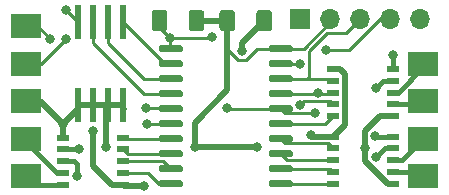
<source format=gbr>
%TF.GenerationSoftware,KiCad,Pcbnew,(5.1.9)-1*%
%TF.CreationDate,2021-01-25T19:02:33+00:00*%
%TF.ProjectId,RC-DC-Motor_Splitter,52432d44-432d-44d6-9f74-6f725f53706c,rev?*%
%TF.SameCoordinates,Original*%
%TF.FileFunction,Copper,L1,Top*%
%TF.FilePolarity,Positive*%
%FSLAX46Y46*%
G04 Gerber Fmt 4.6, Leading zero omitted, Abs format (unit mm)*
G04 Created by KiCad (PCBNEW (5.1.9)-1) date 2021-01-25 19:02:33*
%MOMM*%
%LPD*%
G01*
G04 APERTURE LIST*
%TA.AperFunction,SMDPad,CuDef*%
%ADD10R,0.600000X3.000000*%
%TD*%
%TA.AperFunction,ComponentPad*%
%ADD11O,1.700000X1.700000*%
%TD*%
%TA.AperFunction,ComponentPad*%
%ADD12R,1.700000X1.700000*%
%TD*%
%TA.AperFunction,SMDPad,CuDef*%
%ADD13R,2.540000X2.000000*%
%TD*%
%TA.AperFunction,SMDPad,CuDef*%
%ADD14R,1.100000X0.510000*%
%TD*%
%TA.AperFunction,ViaPad*%
%ADD15C,0.800000*%
%TD*%
%TA.AperFunction,Conductor*%
%ADD16C,0.500000*%
%TD*%
%TA.AperFunction,Conductor*%
%ADD17C,0.250000*%
%TD*%
%TA.AperFunction,Conductor*%
%ADD18C,0.400000*%
%TD*%
G04 APERTURE END LIST*
%TO.P,C2,2*%
%TO.N,GND*%
%TA.AperFunction,SMDPad,CuDef*%
G36*
G01*
X110644500Y-78330599D02*
X110644500Y-79630601D01*
G75*
G02*
X110394501Y-79880600I-249999J0D01*
G01*
X109569499Y-79880600D01*
G75*
G02*
X109319500Y-79630601I0J249999D01*
G01*
X109319500Y-78330599D01*
G75*
G02*
X109569499Y-78080600I249999J0D01*
G01*
X110394501Y-78080600D01*
G75*
G02*
X110644500Y-78330599I0J-249999D01*
G01*
G37*
%TD.AperFunction*%
%TO.P,C2,1*%
%TO.N,+12V*%
%TA.AperFunction,SMDPad,CuDef*%
G36*
G01*
X113769500Y-78330599D02*
X113769500Y-79630601D01*
G75*
G02*
X113519501Y-79880600I-249999J0D01*
G01*
X112694499Y-79880600D01*
G75*
G02*
X112444500Y-79630601I0J249999D01*
G01*
X112444500Y-78330599D01*
G75*
G02*
X112694499Y-78080600I249999J0D01*
G01*
X113519501Y-78080600D01*
G75*
G02*
X113769500Y-78330599I0J-249999D01*
G01*
G37*
%TD.AperFunction*%
%TD*%
D10*
%TO.P,SW1,4*%
%TO.N,UPDI*%
X97360000Y-79135000D03*
%TO.P,SW1,5*%
%TO.N,GND*%
X97360000Y-86135000D03*
%TO.P,SW1,3*%
%TO.N,Input3*%
X98630000Y-79135000D03*
%TO.P,SW1,6*%
%TO.N,GND*%
X98630000Y-86135000D03*
%TO.P,SW1,2*%
%TO.N,Input2*%
X99900000Y-79135000D03*
%TO.P,SW1,7*%
%TO.N,GND*%
X99900000Y-86135000D03*
%TO.P,SW1,1*%
%TO.N,Input1*%
X101170000Y-79135000D03*
%TO.P,SW1,8*%
%TO.N,GND*%
X101170000Y-86135000D03*
%TD*%
D11*
%TO.P,J1,5*%
%TO.N,UPDI*%
X126290400Y-78831000D03*
%TO.P,J1,4*%
%TO.N,Motor1_In2*%
X123750400Y-78831000D03*
%TO.P,J1,3*%
%TO.N,Motor1_In1*%
X121210400Y-78831000D03*
%TO.P,J1,2*%
%TO.N,GND*%
X118670400Y-78831000D03*
D12*
%TO.P,J1,1*%
%TO.N,+5V*%
X116130400Y-78831000D03*
%TD*%
D13*
%TO.P,J11,1*%
%TO.N,RC_IN2*%
X92915000Y-79460000D03*
%TD*%
%TO.P,J5,2*%
%TO.N,GND*%
X92915000Y-85810000D03*
%TO.P,J5,1*%
%TO.N,+5V*%
X92915000Y-82635000D03*
%TD*%
%TO.P,J9,2*%
%TO.N,Net-(J9-Pad2)*%
X126570000Y-85810000D03*
%TO.P,J9,1*%
%TO.N,Net-(J9-Pad1)*%
X126570000Y-82635000D03*
%TD*%
%TO.P,J3,2*%
%TO.N,Net-(J3-Pad2)*%
X126570000Y-92160000D03*
%TO.P,J3,1*%
%TO.N,Net-(J3-Pad1)*%
X126570000Y-88985000D03*
%TD*%
%TO.P,J4,2*%
%TO.N,Net-(J4-Pad2)*%
X92915000Y-88985000D03*
%TO.P,J4,1*%
%TO.N,Net-(J4-Pad1)*%
X92915000Y-92160000D03*
%TD*%
D14*
%TO.P,U4,10*%
%TO.N,Net-(J4-Pad1)*%
X96080000Y-92890000D03*
%TO.P,U4,9*%
%TO.N,Net-(J4-Pad2)*%
X96080000Y-91890000D03*
%TO.P,U4,5*%
%TO.N,Motor6_In2*%
X101180000Y-88890000D03*
%TO.P,U4,8*%
%TO.N,Net-(J8-Pad1)*%
X96080000Y-90890000D03*
%TO.P,U4,7*%
%TO.N,Net-(J8-Pad2)*%
X96080000Y-89890000D03*
%TO.P,U4,6*%
%TO.N,GND*%
X96080000Y-88890000D03*
%TO.P,U4,4*%
%TO.N,Motor6_In1*%
X101180000Y-89890000D03*
%TO.P,U4,3*%
%TO.N,Motor5_In2*%
X101180000Y-90890000D03*
%TO.P,U4,2*%
%TO.N,Motor5_In1*%
X101180000Y-91890000D03*
%TO.P,U4,1*%
%TO.N,+12V*%
X101180000Y-92890000D03*
%TD*%
%TO.P,U3,10*%
%TO.N,Net-(J2-Pad1)*%
X124030000Y-88795000D03*
%TO.P,U3,9*%
%TO.N,Net-(J2-Pad2)*%
X124030000Y-89795000D03*
%TO.P,U3,5*%
%TO.N,Motor4_In2*%
X118930000Y-92795000D03*
%TO.P,U3,8*%
%TO.N,Net-(J3-Pad1)*%
X124030000Y-90795000D03*
%TO.P,U3,7*%
%TO.N,Net-(J3-Pad2)*%
X124030000Y-91795000D03*
%TO.P,U3,6*%
%TO.N,GND*%
X124030000Y-92795000D03*
%TO.P,U3,4*%
%TO.N,Motor4_In1*%
X118930000Y-91795000D03*
%TO.P,U3,3*%
%TO.N,Motor3_In2*%
X118930000Y-90795000D03*
%TO.P,U3,2*%
%TO.N,Motor3_In1*%
X118930000Y-89795000D03*
%TO.P,U3,1*%
%TO.N,+12V*%
X118930000Y-88795000D03*
%TD*%
%TO.P,U2,10*%
%TO.N,Net-(J7-Pad1)*%
X124030000Y-83080000D03*
%TO.P,U2,9*%
%TO.N,Net-(J7-Pad2)*%
X124030000Y-84080000D03*
%TO.P,U2,5*%
%TO.N,Motor2_In2*%
X118930000Y-87080000D03*
%TO.P,U2,8*%
%TO.N,Net-(J9-Pad1)*%
X124030000Y-85080000D03*
%TO.P,U2,7*%
%TO.N,Net-(J9-Pad2)*%
X124030000Y-86080000D03*
%TO.P,U2,6*%
%TO.N,GND*%
X124030000Y-87080000D03*
%TO.P,U2,4*%
%TO.N,Motor2_In1*%
X118930000Y-86080000D03*
%TO.P,U2,3*%
%TO.N,Motor1_In2*%
X118930000Y-85080000D03*
%TO.P,U2,2*%
%TO.N,Motor1_In1*%
X118930000Y-84080000D03*
%TO.P,U2,1*%
%TO.N,+12V*%
X118930000Y-83080000D03*
%TD*%
%TO.P,U1,20*%
%TO.N,GND*%
%TA.AperFunction,SMDPad,CuDef*%
G36*
G01*
X113480000Y-81515000D02*
X113480000Y-81215000D01*
G75*
G02*
X113630000Y-81065000I150000J0D01*
G01*
X115380000Y-81065000D01*
G75*
G02*
X115530000Y-81215000I0J-150000D01*
G01*
X115530000Y-81515000D01*
G75*
G02*
X115380000Y-81665000I-150000J0D01*
G01*
X113630000Y-81665000D01*
G75*
G02*
X113480000Y-81515000I0J150000D01*
G01*
G37*
%TD.AperFunction*%
%TO.P,U1,19*%
%TO.N,Motor2_In1*%
%TA.AperFunction,SMDPad,CuDef*%
G36*
G01*
X113480000Y-82785000D02*
X113480000Y-82485000D01*
G75*
G02*
X113630000Y-82335000I150000J0D01*
G01*
X115380000Y-82335000D01*
G75*
G02*
X115530000Y-82485000I0J-150000D01*
G01*
X115530000Y-82785000D01*
G75*
G02*
X115380000Y-82935000I-150000J0D01*
G01*
X113630000Y-82935000D01*
G75*
G02*
X113480000Y-82785000I0J150000D01*
G01*
G37*
%TD.AperFunction*%
%TO.P,U1,18*%
%TO.N,Motor1_In1*%
%TA.AperFunction,SMDPad,CuDef*%
G36*
G01*
X113480000Y-84055000D02*
X113480000Y-83755000D01*
G75*
G02*
X113630000Y-83605000I150000J0D01*
G01*
X115380000Y-83605000D01*
G75*
G02*
X115530000Y-83755000I0J-150000D01*
G01*
X115530000Y-84055000D01*
G75*
G02*
X115380000Y-84205000I-150000J0D01*
G01*
X113630000Y-84205000D01*
G75*
G02*
X113480000Y-84055000I0J150000D01*
G01*
G37*
%TD.AperFunction*%
%TO.P,U1,17*%
%TO.N,Motor1_In2*%
%TA.AperFunction,SMDPad,CuDef*%
G36*
G01*
X113480000Y-85325000D02*
X113480000Y-85025000D01*
G75*
G02*
X113630000Y-84875000I150000J0D01*
G01*
X115380000Y-84875000D01*
G75*
G02*
X115530000Y-85025000I0J-150000D01*
G01*
X115530000Y-85325000D01*
G75*
G02*
X115380000Y-85475000I-150000J0D01*
G01*
X113630000Y-85475000D01*
G75*
G02*
X113480000Y-85325000I0J150000D01*
G01*
G37*
%TD.AperFunction*%
%TO.P,U1,16*%
%TO.N,UPDI*%
%TA.AperFunction,SMDPad,CuDef*%
G36*
G01*
X113480000Y-86595000D02*
X113480000Y-86295000D01*
G75*
G02*
X113630000Y-86145000I150000J0D01*
G01*
X115380000Y-86145000D01*
G75*
G02*
X115530000Y-86295000I0J-150000D01*
G01*
X115530000Y-86595000D01*
G75*
G02*
X115380000Y-86745000I-150000J0D01*
G01*
X113630000Y-86745000D01*
G75*
G02*
X113480000Y-86595000I0J150000D01*
G01*
G37*
%TD.AperFunction*%
%TO.P,U1,15*%
%TO.N,Motor2_In2*%
%TA.AperFunction,SMDPad,CuDef*%
G36*
G01*
X113480000Y-87865000D02*
X113480000Y-87565000D01*
G75*
G02*
X113630000Y-87415000I150000J0D01*
G01*
X115380000Y-87415000D01*
G75*
G02*
X115530000Y-87565000I0J-150000D01*
G01*
X115530000Y-87865000D01*
G75*
G02*
X115380000Y-88015000I-150000J0D01*
G01*
X113630000Y-88015000D01*
G75*
G02*
X113480000Y-87865000I0J150000D01*
G01*
G37*
%TD.AperFunction*%
%TO.P,U1,14*%
%TO.N,Motor3_In1*%
%TA.AperFunction,SMDPad,CuDef*%
G36*
G01*
X113480000Y-89135000D02*
X113480000Y-88835000D01*
G75*
G02*
X113630000Y-88685000I150000J0D01*
G01*
X115380000Y-88685000D01*
G75*
G02*
X115530000Y-88835000I0J-150000D01*
G01*
X115530000Y-89135000D01*
G75*
G02*
X115380000Y-89285000I-150000J0D01*
G01*
X113630000Y-89285000D01*
G75*
G02*
X113480000Y-89135000I0J150000D01*
G01*
G37*
%TD.AperFunction*%
%TO.P,U1,13*%
%TO.N,Motor3_In2*%
%TA.AperFunction,SMDPad,CuDef*%
G36*
G01*
X113480000Y-90405000D02*
X113480000Y-90105000D01*
G75*
G02*
X113630000Y-89955000I150000J0D01*
G01*
X115380000Y-89955000D01*
G75*
G02*
X115530000Y-90105000I0J-150000D01*
G01*
X115530000Y-90405000D01*
G75*
G02*
X115380000Y-90555000I-150000J0D01*
G01*
X113630000Y-90555000D01*
G75*
G02*
X113480000Y-90405000I0J150000D01*
G01*
G37*
%TD.AperFunction*%
%TO.P,U1,12*%
%TO.N,Motor4_In1*%
%TA.AperFunction,SMDPad,CuDef*%
G36*
G01*
X113480000Y-91675000D02*
X113480000Y-91375000D01*
G75*
G02*
X113630000Y-91225000I150000J0D01*
G01*
X115380000Y-91225000D01*
G75*
G02*
X115530000Y-91375000I0J-150000D01*
G01*
X115530000Y-91675000D01*
G75*
G02*
X115380000Y-91825000I-150000J0D01*
G01*
X113630000Y-91825000D01*
G75*
G02*
X113480000Y-91675000I0J150000D01*
G01*
G37*
%TD.AperFunction*%
%TO.P,U1,11*%
%TO.N,Motor4_In2*%
%TA.AperFunction,SMDPad,CuDef*%
G36*
G01*
X113480000Y-92945000D02*
X113480000Y-92645000D01*
G75*
G02*
X113630000Y-92495000I150000J0D01*
G01*
X115380000Y-92495000D01*
G75*
G02*
X115530000Y-92645000I0J-150000D01*
G01*
X115530000Y-92945000D01*
G75*
G02*
X115380000Y-93095000I-150000J0D01*
G01*
X113630000Y-93095000D01*
G75*
G02*
X113480000Y-92945000I0J150000D01*
G01*
G37*
%TD.AperFunction*%
%TO.P,U1,10*%
%TO.N,Motor5_In1*%
%TA.AperFunction,SMDPad,CuDef*%
G36*
G01*
X104180000Y-92945000D02*
X104180000Y-92645000D01*
G75*
G02*
X104330000Y-92495000I150000J0D01*
G01*
X106080000Y-92495000D01*
G75*
G02*
X106230000Y-92645000I0J-150000D01*
G01*
X106230000Y-92945000D01*
G75*
G02*
X106080000Y-93095000I-150000J0D01*
G01*
X104330000Y-93095000D01*
G75*
G02*
X104180000Y-92945000I0J150000D01*
G01*
G37*
%TD.AperFunction*%
%TO.P,U1,9*%
%TO.N,Motor5_In2*%
%TA.AperFunction,SMDPad,CuDef*%
G36*
G01*
X104180000Y-91675000D02*
X104180000Y-91375000D01*
G75*
G02*
X104330000Y-91225000I150000J0D01*
G01*
X106080000Y-91225000D01*
G75*
G02*
X106230000Y-91375000I0J-150000D01*
G01*
X106230000Y-91675000D01*
G75*
G02*
X106080000Y-91825000I-150000J0D01*
G01*
X104330000Y-91825000D01*
G75*
G02*
X104180000Y-91675000I0J150000D01*
G01*
G37*
%TD.AperFunction*%
%TO.P,U1,8*%
%TO.N,Motor6_In1*%
%TA.AperFunction,SMDPad,CuDef*%
G36*
G01*
X104180000Y-90405000D02*
X104180000Y-90105000D01*
G75*
G02*
X104330000Y-89955000I150000J0D01*
G01*
X106080000Y-89955000D01*
G75*
G02*
X106230000Y-90105000I0J-150000D01*
G01*
X106230000Y-90405000D01*
G75*
G02*
X106080000Y-90555000I-150000J0D01*
G01*
X104330000Y-90555000D01*
G75*
G02*
X104180000Y-90405000I0J150000D01*
G01*
G37*
%TD.AperFunction*%
%TO.P,U1,7*%
%TO.N,Motor6_In2*%
%TA.AperFunction,SMDPad,CuDef*%
G36*
G01*
X104180000Y-89135000D02*
X104180000Y-88835000D01*
G75*
G02*
X104330000Y-88685000I150000J0D01*
G01*
X106080000Y-88685000D01*
G75*
G02*
X106230000Y-88835000I0J-150000D01*
G01*
X106230000Y-89135000D01*
G75*
G02*
X106080000Y-89285000I-150000J0D01*
G01*
X104330000Y-89285000D01*
G75*
G02*
X104180000Y-89135000I0J150000D01*
G01*
G37*
%TD.AperFunction*%
%TO.P,U1,6*%
%TO.N,RC_IN1*%
%TA.AperFunction,SMDPad,CuDef*%
G36*
G01*
X104180000Y-87865000D02*
X104180000Y-87565000D01*
G75*
G02*
X104330000Y-87415000I150000J0D01*
G01*
X106080000Y-87415000D01*
G75*
G02*
X106230000Y-87565000I0J-150000D01*
G01*
X106230000Y-87865000D01*
G75*
G02*
X106080000Y-88015000I-150000J0D01*
G01*
X104330000Y-88015000D01*
G75*
G02*
X104180000Y-87865000I0J150000D01*
G01*
G37*
%TD.AperFunction*%
%TO.P,U1,5*%
%TO.N,RC_IN2*%
%TA.AperFunction,SMDPad,CuDef*%
G36*
G01*
X104180000Y-86595000D02*
X104180000Y-86295000D01*
G75*
G02*
X104330000Y-86145000I150000J0D01*
G01*
X106080000Y-86145000D01*
G75*
G02*
X106230000Y-86295000I0J-150000D01*
G01*
X106230000Y-86595000D01*
G75*
G02*
X106080000Y-86745000I-150000J0D01*
G01*
X104330000Y-86745000D01*
G75*
G02*
X104180000Y-86595000I0J150000D01*
G01*
G37*
%TD.AperFunction*%
%TO.P,U1,4*%
%TO.N,Input3*%
%TA.AperFunction,SMDPad,CuDef*%
G36*
G01*
X104180000Y-85325000D02*
X104180000Y-85025000D01*
G75*
G02*
X104330000Y-84875000I150000J0D01*
G01*
X106080000Y-84875000D01*
G75*
G02*
X106230000Y-85025000I0J-150000D01*
G01*
X106230000Y-85325000D01*
G75*
G02*
X106080000Y-85475000I-150000J0D01*
G01*
X104330000Y-85475000D01*
G75*
G02*
X104180000Y-85325000I0J150000D01*
G01*
G37*
%TD.AperFunction*%
%TO.P,U1,3*%
%TO.N,Input2*%
%TA.AperFunction,SMDPad,CuDef*%
G36*
G01*
X104180000Y-84055000D02*
X104180000Y-83755000D01*
G75*
G02*
X104330000Y-83605000I150000J0D01*
G01*
X106080000Y-83605000D01*
G75*
G02*
X106230000Y-83755000I0J-150000D01*
G01*
X106230000Y-84055000D01*
G75*
G02*
X106080000Y-84205000I-150000J0D01*
G01*
X104330000Y-84205000D01*
G75*
G02*
X104180000Y-84055000I0J150000D01*
G01*
G37*
%TD.AperFunction*%
%TO.P,U1,2*%
%TO.N,Input1*%
%TA.AperFunction,SMDPad,CuDef*%
G36*
G01*
X104180000Y-82785000D02*
X104180000Y-82485000D01*
G75*
G02*
X104330000Y-82335000I150000J0D01*
G01*
X106080000Y-82335000D01*
G75*
G02*
X106230000Y-82485000I0J-150000D01*
G01*
X106230000Y-82785000D01*
G75*
G02*
X106080000Y-82935000I-150000J0D01*
G01*
X104330000Y-82935000D01*
G75*
G02*
X104180000Y-82785000I0J150000D01*
G01*
G37*
%TD.AperFunction*%
%TO.P,U1,1*%
%TO.N,+5V*%
%TA.AperFunction,SMDPad,CuDef*%
G36*
G01*
X104180000Y-81515000D02*
X104180000Y-81215000D01*
G75*
G02*
X104330000Y-81065000I150000J0D01*
G01*
X106080000Y-81065000D01*
G75*
G02*
X106230000Y-81215000I0J-150000D01*
G01*
X106230000Y-81515000D01*
G75*
G02*
X106080000Y-81665000I-150000J0D01*
G01*
X104330000Y-81665000D01*
G75*
G02*
X104180000Y-81515000I0J150000D01*
G01*
G37*
%TD.AperFunction*%
%TD*%
%TO.P,C1,2*%
%TO.N,GND*%
%TA.AperFunction,SMDPad,CuDef*%
G36*
G01*
X106704100Y-79630601D02*
X106704100Y-78330599D01*
G75*
G02*
X106954099Y-78080600I249999J0D01*
G01*
X107779101Y-78080600D01*
G75*
G02*
X108029100Y-78330599I0J-249999D01*
G01*
X108029100Y-79630601D01*
G75*
G02*
X107779101Y-79880600I-249999J0D01*
G01*
X106954099Y-79880600D01*
G75*
G02*
X106704100Y-79630601I0J249999D01*
G01*
G37*
%TD.AperFunction*%
%TO.P,C1,1*%
%TO.N,+5V*%
%TA.AperFunction,SMDPad,CuDef*%
G36*
G01*
X103579100Y-79630601D02*
X103579100Y-78330599D01*
G75*
G02*
X103829099Y-78080600I249999J0D01*
G01*
X104654101Y-78080600D01*
G75*
G02*
X104904100Y-78330599I0J-249999D01*
G01*
X104904100Y-79630601D01*
G75*
G02*
X104654101Y-79880600I-249999J0D01*
G01*
X103829099Y-79880600D01*
G75*
G02*
X103579100Y-79630601I0J249999D01*
G01*
G37*
%TD.AperFunction*%
%TD*%
D15*
%TO.N,GND*%
X107215200Y-89721600D03*
X96080000Y-87725000D03*
X99720400Y-89648600D03*
X112476280Y-89717880D03*
X121630599Y-89738359D03*
%TO.N,+5V*%
X96316800Y-80504600D03*
X105156000Y-80453800D03*
X108689140Y-80383380D03*
%TO.N,UPDI*%
X117449600Y-86803800D03*
X96330400Y-78081000D03*
X109921040Y-86365080D03*
%TO.N,Net-(J2-Pad2)*%
X122582200Y-90534400D03*
%TO.N,Net-(J2-Pad1)*%
X122480600Y-88756400D03*
%TO.N,RC_IN1*%
X103174800Y-87718200D03*
%TO.N,RC_IN2*%
X94996000Y-80504600D03*
X103124000Y-86397400D03*
%TO.N,+12V*%
X117095800Y-88650001D03*
X102897200Y-92947400D03*
X98630000Y-88299200D03*
X111216440Y-81569560D03*
%TO.N,Motor1_In2*%
X117703600Y-85094990D03*
X118313200Y-81469800D03*
%TO.N,Motor2_In1*%
X116179600Y-86092600D03*
X116179600Y-82689000D03*
%TO.N,Net-(J8-Pad2)*%
X97436200Y-89874000D03*
%TO.N,Net-(J8-Pad1)*%
X97230002Y-92109200D03*
%TO.N,Net-(J7-Pad2)*%
X122607600Y-84667000D03*
%TO.N,Net-(J7-Pad1)*%
X124055400Y-81923800D03*
%TD*%
D16*
%TO.N,GND*%
X101220800Y-86495800D02*
X101170000Y-86445000D01*
X96080000Y-87725000D02*
X97360000Y-86445000D01*
X96080000Y-88890000D02*
X96080000Y-87725000D01*
X114505000Y-81365000D02*
X114455000Y-81365000D01*
X113972166Y-81365000D02*
X114505000Y-81365000D01*
X94165000Y-85810000D02*
X96080000Y-87725000D01*
X92915000Y-85810000D02*
X94165000Y-85810000D01*
X99720400Y-86314600D02*
X99900000Y-86135000D01*
X99720400Y-89648600D02*
X99720400Y-86314600D01*
X101170000Y-86135000D02*
X97360000Y-86135000D01*
X107366600Y-78980600D02*
X109982000Y-78980600D01*
X107215200Y-89721600D02*
X107215200Y-87629800D01*
X109982000Y-84863000D02*
X107215200Y-87629800D01*
X122898998Y-87080000D02*
X124030000Y-87080000D01*
X121630599Y-88348399D02*
X122898998Y-87080000D01*
X123584798Y-92795000D02*
X121630599Y-90840801D01*
X124030000Y-92795000D02*
X123584798Y-92795000D01*
X112472560Y-89721600D02*
X112476280Y-89717880D01*
X107215200Y-89721600D02*
X112472560Y-89721600D01*
X121630599Y-89738359D02*
X121630599Y-88348399D01*
X121630599Y-90840801D02*
X121630599Y-89738359D01*
D17*
X118670400Y-79132192D02*
X118670400Y-78831000D01*
X116437592Y-81365000D02*
X118670400Y-79132192D01*
X114505000Y-81365000D02*
X116437592Y-81365000D01*
X109982000Y-81408122D02*
X109982000Y-80258920D01*
X110868439Y-82294561D02*
X109982000Y-81408122D01*
X111564441Y-82294561D02*
X110868439Y-82294561D01*
X112494002Y-81365000D02*
X111564441Y-82294561D01*
X114505000Y-81365000D02*
X112494002Y-81365000D01*
D16*
X109982000Y-80258920D02*
X109982000Y-84863000D01*
X109982000Y-78980600D02*
X109982000Y-80258920D01*
D17*
%TO.N,+5V*%
X94186400Y-82635000D02*
X96316800Y-80504600D01*
X92915000Y-82635000D02*
X94186400Y-82635000D01*
X105156000Y-81316000D02*
X105205000Y-81365000D01*
X105156000Y-80453800D02*
X105156000Y-81316000D01*
X104241600Y-79539400D02*
X105156000Y-80453800D01*
X104241600Y-78980600D02*
X104241600Y-79539400D01*
X108618720Y-80453800D02*
X108689140Y-80383380D01*
X105156000Y-80453800D02*
X108618720Y-80453800D01*
%TO.N,UPDI*%
X114501800Y-86448200D02*
X114505000Y-86445000D01*
X114877601Y-86817601D02*
X117435799Y-86817601D01*
X117435799Y-86817601D02*
X117449600Y-86803800D01*
X114505000Y-86445000D02*
X114877601Y-86817601D01*
X97360000Y-79110600D02*
X96330400Y-78081000D01*
X97360000Y-79135000D02*
X97360000Y-79110600D01*
X110000960Y-86445000D02*
X109921040Y-86365080D01*
X114505000Y-86445000D02*
X110000960Y-86445000D01*
D18*
%TO.N,Net-(J2-Pad2)*%
X123321600Y-89795000D02*
X122582200Y-90534400D01*
X124030000Y-89795000D02*
X123321600Y-89795000D01*
%TO.N,Net-(J2-Pad1)*%
X122519200Y-88795000D02*
X122480600Y-88756400D01*
X124030000Y-88795000D02*
X122519200Y-88795000D01*
%TO.N,Net-(J3-Pad2)*%
X126205000Y-91795000D02*
X126570000Y-92160000D01*
X124030000Y-91795000D02*
X126205000Y-91795000D01*
%TO.N,Net-(J3-Pad1)*%
X124760000Y-90795000D02*
X126570000Y-88985000D01*
X124030000Y-90795000D02*
X124760000Y-90795000D01*
%TO.N,Net-(J4-Pad2)*%
X92915000Y-89250002D02*
X92915000Y-88985000D01*
X95554998Y-91890000D02*
X92915000Y-89250002D01*
X96080000Y-91890000D02*
X95554998Y-91890000D01*
%TO.N,Net-(J4-Pad1)*%
X93645000Y-92890000D02*
X92915000Y-92160000D01*
X96080000Y-92890000D02*
X93645000Y-92890000D01*
D17*
%TO.N,RC_IN1*%
X105201800Y-87718200D02*
X105205000Y-87715000D01*
X103174800Y-87718200D02*
X105201800Y-87718200D01*
%TO.N,RC_IN2*%
X93951400Y-79460000D02*
X94996000Y-80504600D01*
X92915000Y-79460000D02*
X93951400Y-79460000D01*
X105157400Y-86397400D02*
X105205000Y-86445000D01*
X103124000Y-86397400D02*
X105157400Y-86397400D01*
D16*
%TO.N,+12V*%
X117240799Y-88795000D02*
X117095800Y-88650001D01*
X118930000Y-88795000D02*
X117240799Y-88795000D01*
X101237400Y-92947400D02*
X101180000Y-92890000D01*
X102897200Y-92947400D02*
X101237400Y-92947400D01*
X98630000Y-91290000D02*
X98630000Y-88299200D01*
X100230000Y-92890000D02*
X98630000Y-91290000D01*
X101180000Y-92890000D02*
X100230000Y-92890000D01*
X111216440Y-80871160D02*
X113107000Y-78980600D01*
X111216440Y-81569560D02*
X111216440Y-80871160D01*
X119545002Y-83080000D02*
X118930000Y-83080000D01*
X119930001Y-83464999D02*
X119545002Y-83080000D01*
X119930001Y-87794999D02*
X119930001Y-83464999D01*
X118930000Y-88795000D02*
X119930001Y-87794999D01*
D18*
%TO.N,Input3*%
X98630000Y-78825000D02*
X98630000Y-80025000D01*
D17*
X102920000Y-85175000D02*
X105205000Y-85175000D01*
X98630000Y-80885000D02*
X102920000Y-85175000D01*
X98630000Y-79135000D02*
X98630000Y-80885000D01*
D18*
%TO.N,Input2*%
X99900000Y-78825000D02*
X99900000Y-80025000D01*
D17*
X102920000Y-83905000D02*
X105205000Y-83905000D01*
X99900000Y-80885000D02*
X102920000Y-83905000D01*
X99900000Y-79135000D02*
X99900000Y-80885000D01*
%TO.N,Input1*%
X104670000Y-82635000D02*
X105205000Y-82635000D01*
X101170000Y-79135000D02*
X104670000Y-82635000D01*
%TO.N,Motor1_In1*%
X118635000Y-84080000D02*
X118930000Y-84080000D01*
X118755000Y-83905000D02*
X118930000Y-84080000D01*
X116904601Y-83741999D02*
X116904601Y-81534401D01*
X116741600Y-83905000D02*
X116904601Y-83741999D01*
X114505000Y-83905000D02*
X116741600Y-83905000D01*
X116741600Y-83905000D02*
X118755000Y-83905000D01*
X120035399Y-80006001D02*
X121210400Y-78831000D01*
X118433001Y-80006001D02*
X120035399Y-80006001D01*
X116904601Y-81534401D02*
X118433001Y-80006001D01*
%TO.N,Motor1_In2*%
X118635000Y-85080000D02*
X118930000Y-85080000D01*
X118835000Y-85175000D02*
X118930000Y-85080000D01*
X117706800Y-85098190D02*
X117703600Y-85094990D01*
X117706800Y-85175000D02*
X117706800Y-85098190D01*
X114505000Y-85175000D02*
X117706800Y-85175000D01*
X117706800Y-85175000D02*
X118835000Y-85175000D01*
X122949402Y-78831000D02*
X123750400Y-78831000D01*
X120310602Y-81469800D02*
X122949402Y-78831000D01*
X118313200Y-81469800D02*
X120310602Y-81469800D01*
%TO.N,Motor2_In1*%
X118891800Y-86041800D02*
X118930000Y-86080000D01*
X116452210Y-85819990D02*
X116179600Y-86092600D01*
X118669990Y-85819990D02*
X116452210Y-85819990D01*
X118930000Y-86080000D02*
X118669990Y-85819990D01*
X114559000Y-82689000D02*
X114505000Y-82635000D01*
X116179600Y-82689000D02*
X114559000Y-82689000D01*
%TO.N,Motor2_In2*%
X118295000Y-87715000D02*
X118930000Y-87080000D01*
X114505000Y-87715000D02*
X118295000Y-87715000D01*
%TO.N,Motor3_In1*%
X118510001Y-89375001D02*
X118930000Y-89795000D01*
X114895001Y-89375001D02*
X118510001Y-89375001D01*
X114505000Y-88985000D02*
X114895001Y-89375001D01*
%TO.N,Motor3_In2*%
X115045000Y-90795000D02*
X118930000Y-90795000D01*
X114505000Y-90255000D02*
X115045000Y-90795000D01*
%TO.N,Motor4_In1*%
X118660000Y-91525000D02*
X118930000Y-91795000D01*
X114505000Y-91525000D02*
X118660000Y-91525000D01*
%TO.N,Motor4_In2*%
X114505000Y-92795000D02*
X118930000Y-92795000D01*
%TO.N,Motor5_In1*%
X103275000Y-91890000D02*
X101180000Y-91890000D01*
X104180000Y-92795000D02*
X103275000Y-91890000D01*
X105205000Y-92795000D02*
X104180000Y-92795000D01*
%TO.N,Motor5_In2*%
X104570000Y-90890000D02*
X101180000Y-90890000D01*
X105205000Y-91525000D02*
X104570000Y-90890000D01*
%TO.N,Motor6_In1*%
X101545000Y-90255000D02*
X101180000Y-89890000D01*
X105205000Y-90255000D02*
X101545000Y-90255000D01*
%TO.N,Motor6_In2*%
X101275000Y-88985000D02*
X101180000Y-88890000D01*
X105205000Y-88985000D02*
X101275000Y-88985000D01*
D18*
%TO.N,Net-(J8-Pad2)*%
X97420200Y-89890000D02*
X97436200Y-89874000D01*
X96080000Y-89890000D02*
X97420200Y-89890000D01*
%TO.N,Net-(J8-Pad1)*%
X97030000Y-90890000D02*
X97230002Y-91090002D01*
X97230002Y-91090002D02*
X97230002Y-92109200D01*
X96080000Y-90890000D02*
X97030000Y-90890000D01*
%TO.N,Net-(J7-Pad2)*%
X123194600Y-84080000D02*
X122607600Y-84667000D01*
X124030000Y-84080000D02*
X123194600Y-84080000D01*
%TO.N,Net-(J7-Pad1)*%
X124030000Y-81949200D02*
X124055400Y-81923800D01*
X124030000Y-83080000D02*
X124030000Y-81949200D01*
%TO.N,Net-(J9-Pad2)*%
X126300000Y-86080000D02*
X126570000Y-85810000D01*
X124030000Y-86080000D02*
X126300000Y-86080000D01*
%TO.N,Net-(J9-Pad1)*%
X124030000Y-85080000D02*
X124426799Y-85080000D01*
X126570000Y-82936799D02*
X126570000Y-82635000D01*
X124426799Y-85080000D02*
X126570000Y-82936799D01*
%TD*%
M02*

</source>
